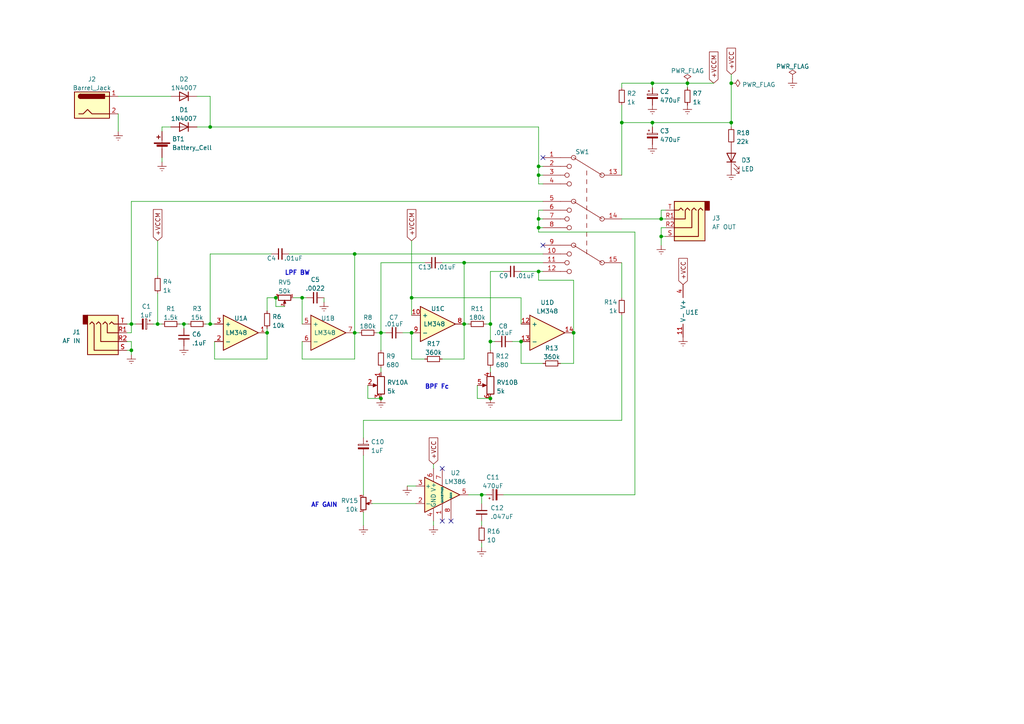
<source format=kicad_sch>
(kicad_sch (version 20211123) (generator eeschema)
  (paper "A4")
  (title_block (title "MiniLayout of AF1") (date "2022-05-24") (company "BH4DKR") (comment 1 "original designed by elecraft"))
  (lib_symbols
    (symbol "Amplifier_Audio:LM386" (pin_names (offset 0.127))
      (property "Reference" "U" (at 1.27 7.62 0))
      (property "Value" "LM386" (at 1.27 5.08 0))
      (symbol "LM386_0_1"
        (polyline (pts (xy 5.08 0) (xy -5.08 5.08) (xy -5.08 -5.08) (xy 5.08 0)) (stroke (width 0.254)) (fill (type background)))
      )
      (symbol "LM386_1_1"
        (pin input line (at 0 -7.62 90) (length 5.08) (name "GAIN") (number "1"))
        (pin input line (at -7.62 -2.54 0) (length 2.54) (name "-") (number "2"))
        (pin input line (at -7.62 2.54 0) (length 2.54) (name "+") (number "3"))
        (pin power_in line (at -2.54 -7.62 90) (length 3.81) (name "GND") (number "4"))
        (pin output line (at 7.62 0 180) (length 2.54) (name "~") (number "5"))
        (pin power_in line (at -2.54 7.62 270) (length 3.81) (name "V+") (number "6"))
        (pin input line (at 0 7.62 270) (length 5.08) (name "BYPASS") (number "7"))
        (pin input line (at 2.54 -7.62 90) (length 6.35) (name "GAIN") (number "8"))
      )
    )
    (symbol "Connector:AudioJack4"
      (property "Reference" "J" (at 0 8.89 0))
      (property "Value" "AudioJack4" (at 0 6.35 0))
      (symbol "AudioJack4_0_1"
        (rectangle (start -6.35 -5.08) (end -7.62 -7.62) (stroke (width 0.254)) (fill (type outline)))
        (polyline (pts (xy 0 -5.08) (xy 0.635 -5.715) (xy 1.27 -5.08) (xy 2.54 -5.08)) (stroke (width 0.254)))
        (polyline (pts (xy -5.715 -5.08) (xy -5.08 -5.715) (xy -4.445 -5.08) (xy -4.445 2.54) (xy 2.54 2.54)) (stroke (width 0.254)))
        (polyline (pts (xy -1.905 -5.08) (xy -1.27 -5.715) (xy -0.635 -5.08) (xy -0.635 -2.54) (xy 2.54 -2.54)) (stroke (width 0.254)))
        (polyline (pts (xy 2.54 0) (xy -2.54 0) (xy -2.54 -5.08) (xy -3.175 -5.715) (xy -3.81 -5.08)) (stroke (width 0.254)))
        (rectangle (start 2.54 3.81) (end -6.35 -7.62) (stroke (width 0.254)) (fill (type background)))
      )
      (symbol "AudioJack4_1_1"
        (pin passive line (at 5.08 -2.54 180) (length 2.54) (name "~") (number "R1"))
        (pin passive line (at 5.08 0 180) (length 2.54) (name "~") (number "R2"))
        (pin passive line (at 5.08 2.54 180) (length 2.54) (name "~") (number "S"))
        (pin passive line (at 5.08 -5.08 180) (length 2.54) (name "~") (number "T"))
      )
    )
    (symbol "Connector:Barrel_Jack" (pin_names (offset 1.016))
      (property "Reference" "J" (at 0 5.334 0))
      (property "Value" "Barrel_Jack" (at 0 -5.08 0))
      (symbol "Barrel_Jack_0_1"
        (rectangle (start -5.08 3.81) (end 5.08 -3.81) (stroke (width 0.254)) (fill (type background)))
        (arc (start -3.302 3.175) (mid -3.937 2.54) (end -3.302 1.905) (stroke (width 0.254)))
        (arc (start -3.302 3.175) (mid -3.937 2.54) (end -3.302 1.905) (stroke (width 0.254)) (fill (type outline)))
        (polyline (pts (xy 5.08 2.54) (xy 3.81 2.54)) (stroke (width 0.254)))
        (polyline (pts (xy -3.81 -2.54) (xy -2.54 -2.54) (xy -1.27 -1.27) (xy 0 -2.54) (xy 2.54 -2.54) (xy 5.08 -2.54)) (stroke (width 0.254)))
        (rectangle (start 3.683 3.175) (end -3.302 1.905) (stroke (width 0.254)) (fill (type outline)))
      )
      (symbol "Barrel_Jack_1_1"
        (pin passive line (at 7.62 2.54 180) (length 2.54) (name "~") (number "1"))
        (pin passive line (at 7.62 -2.54 180) (length 2.54) (name "~") (number "2"))
      )
    )
    (symbol "Device:Battery_Cell" (pin_numbers hide) (pin_names (offset 0) hide)
      (property "Reference" "BT" (at 2.54 2.54 0))
      (property "Value" "Battery_Cell" (at 2.54 0 0))
      (symbol "Battery_Cell_0_1"
        (rectangle (start -2.286 1.778) (end 2.286 1.524) (fill (type outline)))
        (rectangle (start -1.5748 1.1938) (end 1.4732 0.6858) (fill (type outline)))
        (polyline (pts (xy 0 0.762) (xy 0 0)))
        (polyline (pts (xy 0 1.778) (xy 0 2.54)))
        (polyline (pts (xy 0.508 3.429) (xy 1.524 3.429)) (stroke (width 0.254)))
        (polyline (pts (xy 1.016 3.937) (xy 1.016 2.921)) (stroke (width 0.254)))
      )
      (symbol "Battery_Cell_1_1"
        (pin passive line (at 0 5.08 270) (length 2.54) (name "+") (number "1"))
        (pin passive line (at 0 -2.54 90) (length 2.54) (name "-") (number "2"))
      )
    )
    (symbol "Device:C_Polarized_Small" (pin_numbers hide) (pin_names (offset 0.254) hide)
      (property "Reference" "C" (at 0.254 1.778 0))
      (property "Value" "C_Polarized_Small" (at 0.254 -2.032 0))
      (symbol "C_Polarized_Small_0_1"
        (rectangle (start -1.524 -0.3048) (end 1.524 -0.6858) (fill (type outline)))
        (rectangle (start -1.524 0.6858) (end 1.524 0.3048))
        (polyline (pts (xy -1.27 1.524) (xy -0.762 1.524)))
        (polyline (pts (xy -1.016 1.27) (xy -1.016 1.778)))
      )
      (symbol "C_Polarized_Small_1_1"
        (pin passive line (at 0 2.54 270) (length 1.8542) (name "~") (number "1"))
        (pin passive line (at 0 -2.54 90) (length 1.8542) (name "~") (number "2"))
      )
    )
    (symbol "Device:C_Small" (pin_numbers hide) (pin_names (offset 0.254) hide)
      (property "Reference" "C" (at 0.254 1.778 0))
      (property "Value" "C_Small" (at 0.254 -2.032 0))
      (symbol "C_Small_0_1"
        (polyline (pts (xy -1.524 -0.508) (xy 1.524 -0.508)) (stroke (width 0.3302)))
        (polyline (pts (xy -1.524 0.508) (xy 1.524 0.508)) (stroke (width 0.3048)))
      )
      (symbol "C_Small_1_1"
        (pin passive line (at 0 2.54 270) (length 2.032) (name "~") (number "1"))
        (pin passive line (at 0 -2.54 90) (length 2.032) (name "~") (number "2"))
      )
    )
    (symbol "Device:LED" (pin_numbers hide) (pin_names (offset 1.016) hide)
      (property "Reference" "D" (at 0 2.54 0))
      (property "Value" "LED" (at 0 -2.54 0))
      (symbol "LED_0_1"
        (polyline (pts (xy -1.27 -1.27) (xy -1.27 1.27)) (stroke (width 0.254)))
        (polyline (pts (xy -1.27 0) (xy 1.27 0)))
        (polyline (pts (xy 1.27 -1.27) (xy 1.27 1.27) (xy -1.27 0) (xy 1.27 -1.27)) (stroke (width 0.254)))
        (polyline (pts (xy -3.048 -0.762) (xy -4.572 -2.286) (xy -3.81 -2.286) (xy -4.572 -2.286) (xy -4.572 -1.524)))
        (polyline (pts (xy -1.778 -0.762) (xy -3.302 -2.286) (xy -2.54 -2.286) (xy -3.302 -2.286) (xy -3.302 -1.524)))
      )
      (symbol "LED_1_1"
        (pin passive line (at -3.81 0 0) (length 2.54) (name "K") (number "1"))
        (pin passive line (at 3.81 0 180) (length 2.54) (name "A") (number "2"))
      )
    )
    (symbol "Device:Opamp_Quad"
      (property "Reference" "U" (at 0 5.08 0))
      (property "Value" "Opamp_Quad" (at 0 -5.08 0))
      (symbol "Opamp_Quad_1_1"
        (polyline (pts (xy -5.08 5.08) (xy 5.08 0) (xy -5.08 -5.08) (xy -5.08 5.08)) (stroke (width 0.254)) (fill (type background)))
        (pin output line (at 7.62 0 180) (length 2.54) (name "~") (number "1"))
        (pin input line (at -7.62 -2.54 0) (length 2.54) (name "-") (number "2"))
        (pin input line (at -7.62 2.54 0) (length 2.54) (name "+") (number "3"))
      )
      (symbol "Opamp_Quad_2_1"
        (polyline (pts (xy -5.08 5.08) (xy 5.08 0) (xy -5.08 -5.08) (xy -5.08 5.08)) (stroke (width 0.254)) (fill (type background)))
        (pin input line (at -7.62 2.54 0) (length 2.54) (name "+") (number "5"))
        (pin input line (at -7.62 -2.54 0) (length 2.54) (name "-") (number "6"))
        (pin output line (at 7.62 0 180) (length 2.54) (name "~") (number "7"))
      )
      (symbol "Opamp_Quad_3_1"
        (polyline (pts (xy -5.08 5.08) (xy 5.08 0) (xy -5.08 -5.08) (xy -5.08 5.08)) (stroke (width 0.254)) (fill (type background)))
        (pin input line (at -7.62 2.54 0) (length 2.54) (name "+") (number "10"))
        (pin output line (at 7.62 0 180) (length 2.54) (name "~") (number "8"))
        (pin input line (at -7.62 -2.54 0) (length 2.54) (name "-") (number "9"))
      )
      (symbol "Opamp_Quad_4_1"
        (polyline (pts (xy -5.08 5.08) (xy 5.08 0) (xy -5.08 -5.08) (xy -5.08 5.08)) (stroke (width 0.254)) (fill (type background)))
        (pin input line (at -7.62 2.54 0) (length 2.54) (name "+") (number "12"))
        (pin input line (at -7.62 -2.54 0) (length 2.54) (name "-") (number "13"))
        (pin output line (at 7.62 0 180) (length 2.54) (name "~") (number "14"))
      )
      (symbol "Opamp_Quad_5_1"
        (pin power_in line (at -2.54 -7.62 90) (length 3.81) (name "V-") (number "11"))
        (pin power_in line (at -2.54 7.62 270) (length 3.81) (name "V+") (number "4"))
      )
    )
    (symbol "Device:R_Potentiometer_Dual_Separate" (pin_names (offset 1.016) hide)
      (property "Reference" "RV" (at -4.445 0 90))
      (property "Value" "R_Potentiometer_Dual_Separate" (at -2.54 0 90))
      (symbol "R_Potentiometer_Dual_Separate_0_1"
        (polyline (pts (xy 2.54 0) (xy 1.524 0)))
        (polyline (pts (xy 1.143 0) (xy 2.286 0.508) (xy 2.286 -0.508) (xy 1.143 0)) (fill (type outline)))
        (rectangle (start 1.016 2.54) (end -1.016 -2.54) (stroke (width 0.254)))
      )
      (symbol "R_Potentiometer_Dual_Separate_1_1"
        (pin passive line (at 0 3.81 270) (length 1.27) (name "1") (number "1"))
        (pin passive line (at 3.81 0 180) (length 1.27) (name "2") (number "2"))
        (pin passive line (at 0 -3.81 90) (length 1.27) (name "3") (number "3"))
      )
      (symbol "R_Potentiometer_Dual_Separate_2_1"
        (pin passive line (at 0 3.81 270) (length 1.27) (name "4") (number "4"))
        (pin passive line (at 3.81 0 180) (length 1.27) (name "5") (number "5"))
        (pin passive line (at 0 -3.81 90) (length 1.27) (name "6") (number "6"))
      )
    )
    (symbol "Device:R_Potentiometer_Small" (pin_names (offset 1.016) hide)
      (property "Reference" "RV" (at -4.445 0 90))
      (property "Value" "R_Potentiometer_Small" (at -2.54 0 90))
      (symbol "R_Potentiometer_Small_0_1"
        (polyline (pts (xy 0.889 0) (xy 0.635 0) (xy 1.651 0.381) (xy 1.651 -0.381) (xy 0.635 0) (xy 0.889 0)) (fill (type outline)))
        (rectangle (start 0.762 1.8034) (end -0.762 -1.8034) (stroke (width 0.254)))
      )
      (symbol "R_Potentiometer_Small_1_1"
        (pin passive line (at 0 2.54 270) (length 0.635) (name "1") (number "1"))
        (pin passive line (at 2.54 0 180) (length 0.9906) (name "2") (number "2"))
        (pin passive line (at 0 -2.54 90) (length 0.635) (name "3") (number "3"))
      )
    )
    (symbol "Device:R_Small" (pin_numbers hide) (pin_names (offset 0.254) hide)
      (property "Reference" "R" (at 0.762 0.508 0))
      (property "Value" "R_Small" (at 0.762 -1.016 0))
      (symbol "R_Small_0_1"
        (rectangle (start -0.762 1.778) (end 0.762 -1.778) (stroke (width 0.2032)))
      )
      (symbol "R_Small_1_1"
        (pin passive line (at 0 2.54 270) (length 0.762) (name "~") (number "1"))
        (pin passive line (at 0 -2.54 90) (length 0.762) (name "~") (number "2"))
      )
    )
    (symbol "Diode:1N4007" (pin_numbers hide) (pin_names (offset 1.016) hide)
      (property "Reference" "D" (at 0 2.54 0))
      (property "Value" "1N4007" (at 0 -2.54 0))
      (symbol "1N4007_0_1"
        (polyline (pts (xy -1.27 1.27) (xy -1.27 -1.27)) (stroke (width 0.254)))
        (polyline (pts (xy 1.27 0) (xy -1.27 0)))
        (polyline (pts (xy 1.27 1.27) (xy 1.27 -1.27) (xy -1.27 0) (xy 1.27 1.27)) (stroke (width 0.254)))
      )
      (symbol "1N4007_1_1"
        (pin passive line (at -3.81 0 0) (length 2.54) (name "K") (number "1"))
        (pin passive line (at 3.81 0 180) (length 2.54) (name "A") (number "2"))
      )
    )
    (symbol "Switch:SW_Rotary3x4" (pin_names (offset 1.016) hide)
      (property "Reference" "SW" (at 0 20.32 0))
      (property "Value" "SW_Rotary3x4" (at 0 -17.78 0))
      (symbol "SW_Rotary3x4_0_0"
        (circle (center -4.445 -12.7) (radius 0.635))
        (circle (center -4.445 0) (radius 0.635))
        (circle (center -4.445 12.7) (radius 0.635))
        (polyline (pts (xy -4.445 -12.7) (xy 3.81 -7.62)))
        (polyline (pts (xy -4.445 0) (xy 3.81 5.08)))
        (polyline (pts (xy -4.445 12.7) (xy 3.81 17.78)))
        (polyline (pts (xy 0 -10.16) (xy 0 -8.89)))
        (polyline (pts (xy 0 -7.62) (xy 0 -6.35)))
        (polyline (pts (xy 0 -5.08) (xy 0 -3.81)))
        (polyline (pts (xy 0 -2.54) (xy 0 -1.27)))
        (polyline (pts (xy 0 0) (xy 0 1.27)))
        (polyline (pts (xy 0 2.54) (xy 0 3.81)))
        (polyline (pts (xy 0 5.08) (xy 0 6.35)))
        (polyline (pts (xy 0 7.62) (xy 0 8.89)))
        (polyline (pts (xy 0 10.16) (xy 0 11.43)))
        (polyline (pts (xy 0 12.7) (xy 0 13.97)))
        (polyline (pts (xy 4.445 -7.62) (xy 7.62 -7.62)))
        (polyline (pts (xy 4.445 5.08) (xy 7.62 5.08)))
        (polyline (pts (xy 4.445 17.78) (xy 7.62 17.78)))
        (polyline (pts (xy 5.715 -15.24) (xy 7.62 -15.24)))
        (polyline (pts (xy 5.715 -10.16) (xy 7.62 -10.16)))
        (polyline (pts (xy 5.715 -2.54) (xy 7.62 -2.54)))
        (polyline (pts (xy 5.715 2.54) (xy 7.62 2.54)))
        (polyline (pts (xy 5.715 10.16) (xy 7.62 10.16)))
        (polyline (pts (xy 5.715 15.24) (xy 7.62 15.24)))
        (polyline (pts (xy 6.35 -12.7) (xy 7.62 -12.7)))
        (polyline (pts (xy 6.35 0) (xy 7.62 0)))
        (polyline (pts (xy 6.35 12.7) (xy 7.62 12.7)))
        (circle (center 3.81 -7.62) (radius 0.635))
        (circle (center 3.81 5.08) (radius 0.635))
        (circle (center 3.81 17.78) (radius 0.635))
        (circle (center 5.08 -15.24) (radius 0.635))
        (circle (center 5.08 -10.16) (radius 0.635))
        (circle (center 5.08 -2.54) (radius 0.635))
        (circle (center 5.08 2.54) (radius 0.635))
        (circle (center 5.08 10.16) (radius 0.635))
        (circle (center 5.08 15.24) (radius 0.635))
        (circle (center 5.715 -12.7) (radius 0.635))
        (circle (center 5.715 0) (radius 0.635))
        (circle (center 5.715 12.7) (radius 0.635))
      )
      (symbol "SW_Rotary3x4_0_1"
        (pin passive line (at 12.7 17.78 180) (length 5.08) (name "1") (number "1"))
        (pin passive line (at 12.7 -10.16 180) (length 5.08) (name "10") (number "10"))
        (pin passive line (at 12.7 -12.7 180) (length 5.08) (name "11") (number "11"))
        (pin passive line (at 12.7 -15.24 180) (length 5.08) (name "12") (number "12"))
        (pin passive line (at -10.16 12.7 0) (length 5.08) (name "13") (number "13"))
        (pin passive line (at -10.16 0 0) (length 5.08) (name "14") (number "14"))
        (pin passive line (at -10.16 -12.7 0) (length 5.08) (name "15") (number "15"))
        (pin passive line (at 12.7 15.24 180) (length 5.08) (name "2") (number "2"))
        (pin passive line (at 12.7 12.7 180) (length 5.08) (name "3") (number "3"))
        (pin passive line (at 12.7 10.16 180) (length 5.08) (name "4") (number "4"))
        (pin passive line (at 12.7 5.08 180) (length 5.08) (name "5") (number "5"))
        (pin passive line (at 12.7 2.54 180) (length 5.08) (name "6") (number "6"))
        (pin passive line (at 12.7 0 180) (length 5.08) (name "7") (number "7"))
        (pin passive line (at 12.7 -2.54 180) (length 5.08) (name "8") (number "8"))
        (pin passive line (at 12.7 -7.62 180) (length 5.08) (name "9") (number "9"))
      )
    )
    (symbol "power:GNDREF" (power) (pin_names (offset 0))
      (property "Value" "GNDREF" (at 0 -3.81 0))
      (symbol "GNDREF_0_1"
        (polyline (pts (xy -0.635 -1.905) (xy 0.635 -1.905)))
        (polyline (pts (xy -0.127 -2.54) (xy 0.127 -2.54)))
        (polyline (pts (xy 0 -1.27) (xy 0 0)))
        (polyline (pts (xy 1.27 -1.27) (xy -1.27 -1.27)))
      )
      (symbol "GNDREF_1_1"
        (pin power_in line (at 0 0 270) (length 0) hide (name "GNDREF") (number "1"))
      )
    )
    (symbol "power:PWR_FLAG" (power) (pin_numbers hide) (pin_names (offset 0) hide)
      (property "Value" "PWR_FLAG" (at 0 3.81 0))
      (symbol "PWR_FLAG_0_0"
        (pin power_out line (at 0 0 90) (length 0) (name "pwr") (number "1"))
      )
      (symbol "PWR_FLAG_0_1"
        (polyline (pts (xy 0 0) (xy 0 1.27) (xy -1.016 1.905) (xy 0 2.54) (xy 1.016 1.905) (xy 0 1.27)))
      )
    )
  )
  (junction (at 80.01 86.36))
  (junction (at 119.38 96.52))
  (junction (at 142.24 99.06))
  (junction (at 53.34 93.98))
  (junction (at 119.38 86.36))
  (junction (at 87.63 86.36))
  (junction (at 156.21 66.04))
  (junction (at 156.21 50.8))
  (junction (at 180.34 35.56))
  (junction (at 156.21 78.74))
  (junction (at 156.21 63.5))
  (junction (at 212.09 35.56))
  (junction (at 166.37 96.52))
  (junction (at 134.62 76.2))
  (junction (at 77.47 96.52))
  (junction (at 102.87 96.52))
  (junction (at 134.62 93.98))
  (junction (at 191.77 63.5))
  (junction (at 199.39 24.13))
  (junction (at 156.21 48.26))
  (junction (at 189.23 24.13))
  (junction (at 110.49 96.52))
  (junction (at 38.1 93.98))
  (junction (at 38.1 101.6))
  (junction (at 60.96 93.98))
  (junction (at 142.24 115.57))
  (junction (at 151.13 99.06))
  (junction (at 102.87 73.66))
  (junction (at 60.96 36.83))
  (junction (at 45.72 93.98))
  (junction (at 212.09 24.13))
  (junction (at 189.23 35.56))
  (junction (at 191.77 68.58))
  (junction (at 139.7 143.51))
  (junction (at 142.24 93.98))
  (junction (at 110.49 115.57))
  (no_connect (at 157.48 45.72))
  (no_connect (at 130.81 151.13))
  (no_connect (at 128.27 151.13))
  (no_connect (at 128.27 135.89))
  (no_connect (at 157.48 71.12))
  (wire (pts (xy 53.34 93.98) (xy 53.34 95.25)))
  (wire (pts (xy 34.29 27.94) (xy 49.53 27.94)))
  (wire (pts (xy 140.97 143.51) (xy 139.7 143.51)))
  (wire (pts (xy 60.96 73.66) (xy 78.74 73.66)))
  (wire (pts (xy 212.09 24.13) (xy 212.09 35.56)))
  (wire (pts (xy 139.7 152.4) (xy 139.7 151.13)))
  (wire (pts (xy 38.1 93.98) (xy 38.1 58.42)))
  (wire (pts (xy 87.63 86.36) (xy 88.9 86.36)))
  (wire (pts (xy 110.49 96.52) (xy 110.49 101.6)))
  (wire (pts (xy 191.77 68.58) (xy 193.04 68.58)))
  (wire (pts (xy 184.15 143.51) (xy 146.05 143.51)))
  (wire (pts (xy 142.24 101.6) (xy 142.24 99.06)))
  (wire (pts (xy 110.49 106.68) (xy 110.49 107.95)))
  (wire (pts (xy 46.99 45.72) (xy 46.99 46.99)))
  (wire (pts (xy 142.24 99.06) (xy 143.51 99.06)))
  (wire (pts (xy 156.21 81.28) (xy 156.21 78.74)))
  (wire (pts (xy 45.72 69.85) (xy 45.72 80.01)))
  (wire (pts (xy 134.62 93.98) (xy 134.62 76.2)))
  (wire (pts (xy 193.04 60.96) (xy 191.77 60.96)))
  (wire (pts (xy 62.23 104.14) (xy 77.47 104.14)))
  (wire (pts (xy 110.49 96.52) (xy 110.49 76.2)))
  (wire (pts (xy 34.29 33.02) (xy 34.29 38.1)))
  (wire (pts (xy 138.43 111.76) (xy 138.43 115.57)))
  (wire (pts (xy 116.84 96.52) (xy 119.38 96.52)))
  (wire (pts (xy 119.38 86.36) (xy 119.38 91.44)))
  (wire (pts (xy 156.21 36.83) (xy 156.21 48.26)))
  (wire (pts (xy 180.34 63.5) (xy 191.77 63.5)))
  (wire (pts (xy 142.24 78.74) (xy 146.05 78.74)))
  (wire (pts (xy 212.09 21.59) (xy 212.09 24.13)))
  (wire (pts (xy 191.77 68.58) (xy 191.77 71.12)))
  (wire (pts (xy 106.68 111.76) (xy 106.68 115.57)))
  (wire (pts (xy 191.77 66.04) (xy 191.77 68.58)))
  (wire (pts (xy 102.87 104.14) (xy 102.87 96.52)))
  (wire (pts (xy 156.21 50.8) (xy 156.21 53.34)))
  (wire (pts (xy 135.89 93.98) (xy 134.62 93.98)))
  (wire (pts (xy 199.39 24.13) (xy 199.39 25.4)))
  (wire (pts (xy 156.21 48.26) (xy 156.21 50.8)))
  (wire (pts (xy 166.37 81.28) (xy 156.21 81.28)))
  (wire (pts (xy 45.72 93.98) (xy 46.99 93.98)))
  (wire (pts (xy 102.87 96.52) (xy 104.14 96.52)))
  (wire (pts (xy 193.04 66.04) (xy 191.77 66.04)))
  (wire (pts (xy 128.27 76.2) (xy 134.62 76.2)))
  (wire (pts (xy 62.23 99.06) (xy 62.23 104.14)))
  (wire (pts (xy 180.34 24.13) (xy 189.23 24.13)))
  (wire (pts (xy 156.21 60.96) (xy 156.21 63.5)))
  (wire (pts (xy 184.15 67.31) (xy 184.15 143.51)))
  (wire (pts (xy 46.99 36.83) (xy 46.99 38.1)))
  (wire (pts (xy 53.34 93.98) (xy 54.61 93.98)))
  (wire (pts (xy 180.34 76.2) (xy 180.34 86.36)))
  (wire (pts (xy 38.1 99.06) (xy 38.1 101.6)))
  (wire (pts (xy 151.13 78.74) (xy 156.21 78.74)))
  (wire (pts (xy 138.43 115.57) (xy 142.24 115.57)))
  (wire (pts (xy 60.96 36.83) (xy 156.21 36.83)))
  (wire (pts (xy 93.98 86.36) (xy 93.98 87.63)))
  (wire (pts (xy 59.69 93.98) (xy 60.96 93.98)))
  (wire (pts (xy 180.34 25.4) (xy 180.34 24.13)))
  (wire (pts (xy 157.48 53.34) (xy 156.21 53.34)))
  (wire (pts (xy 142.24 99.06) (xy 142.24 93.98)))
  (wire (pts (xy 189.23 24.13) (xy 199.39 24.13)))
  (wire (pts (xy 57.15 27.94) (xy 60.96 27.94)))
  (wire (pts (xy 60.96 36.83) (xy 57.15 36.83)))
  (wire (pts (xy 139.7 143.51) (xy 135.89 143.51)))
  (wire (pts (xy 38.1 96.52) (xy 38.1 93.98)))
  (wire (pts (xy 119.38 69.85) (xy 119.38 86.36)))
  (wire (pts (xy 156.21 63.5) (xy 156.21 66.04)))
  (wire (pts (xy 212.09 35.56) (xy 212.09 36.83)))
  (wire (pts (xy 156.21 50.8) (xy 157.48 50.8)))
  (wire (pts (xy 139.7 143.51) (xy 139.7 146.05)))
  (wire (pts (xy 77.47 90.17) (xy 77.47 86.36)))
  (wire (pts (xy 60.96 73.66) (xy 60.96 93.98)))
  (wire (pts (xy 87.63 86.36) (xy 87.63 93.98)))
  (wire (pts (xy 109.22 96.52) (xy 110.49 96.52)))
  (wire (pts (xy 102.87 73.66) (xy 102.87 96.52)))
  (wire (pts (xy 36.83 99.06) (xy 38.1 99.06)))
  (wire (pts (xy 162.56 105.41) (xy 166.37 105.41)))
  (wire (pts (xy 87.63 99.06) (xy 87.63 104.14)))
  (wire (pts (xy 125.73 134.62) (xy 125.73 135.89)))
  (wire (pts (xy 77.47 86.36) (xy 80.01 86.36)))
  (wire (pts (xy 156.21 48.26) (xy 157.48 48.26)))
  (wire (pts (xy 119.38 104.14) (xy 123.19 104.14)))
  (wire (pts (xy 77.47 95.25) (xy 77.47 96.52)))
  (wire (pts (xy 142.24 93.98) (xy 140.97 93.98)))
  (wire (pts (xy 119.38 96.52) (xy 119.38 104.14)))
  (wire (pts (xy 107.95 146.05) (xy 120.65 146.05)))
  (wire (pts (xy 180.34 35.56) (xy 189.23 35.56)))
  (wire (pts (xy 189.23 35.56) (xy 189.23 36.83)))
  (wire (pts (xy 38.1 58.42) (xy 157.48 58.42)))
  (wire (pts (xy 125.73 151.13) (xy 125.73 152.4)))
  (wire (pts (xy 151.13 105.41) (xy 157.48 105.41)))
  (wire (pts (xy 166.37 96.52) (xy 166.37 81.28)))
  (wire (pts (xy 38.1 101.6) (xy 38.1 102.87)))
  (wire (pts (xy 85.09 86.36) (xy 87.63 86.36)))
  (wire (pts (xy 180.34 30.48) (xy 180.34 35.56)))
  (wire (pts (xy 87.63 104.14) (xy 102.87 104.14)))
  (wire (pts (xy 44.45 93.98) (xy 45.72 93.98)))
  (wire (pts (xy 82.55 88.9) (xy 80.01 88.9)))
  (wire (pts (xy 134.62 76.2) (xy 157.48 76.2)))
  (wire (pts (xy 189.23 24.13) (xy 189.23 25.4)))
  (wire (pts (xy 151.13 93.98) (xy 151.13 86.36)))
  (wire (pts (xy 142.24 106.68) (xy 142.24 107.95)))
  (wire (pts (xy 105.41 148.59) (xy 105.41 152.4)))
  (wire (pts (xy 151.13 99.06) (xy 151.13 105.41)))
  (wire (pts (xy 156.21 67.31) (xy 184.15 67.31)))
  (wire (pts (xy 38.1 93.98) (xy 39.37 93.98)))
  (wire (pts (xy 36.83 96.52) (xy 38.1 96.52)))
  (wire (pts (xy 105.41 132.08) (xy 105.41 143.51)))
  (wire (pts (xy 60.96 27.94) (xy 60.96 36.83)))
  (wire (pts (xy 80.01 88.9) (xy 80.01 86.36)))
  (wire (pts (xy 36.83 101.6) (xy 38.1 101.6)))
  (wire (pts (xy 102.87 73.66) (xy 157.48 73.66)))
  (wire (pts (xy 180.34 91.44) (xy 180.34 121.92)))
  (wire (pts (xy 156.21 63.5) (xy 157.48 63.5)))
  (wire (pts (xy 118.11 140.97) (xy 120.65 140.97)))
  (wire (pts (xy 106.68 115.57) (xy 110.49 115.57)))
  (wire (pts (xy 52.07 93.98) (xy 53.34 93.98)))
  (wire (pts (xy 166.37 105.41) (xy 166.37 96.52)))
  (wire (pts (xy 128.27 104.14) (xy 134.62 104.14)))
  (wire (pts (xy 134.62 104.14) (xy 134.62 93.98)))
  (wire (pts (xy 191.77 63.5) (xy 193.04 63.5)))
  (wire (pts (xy 156.21 66.04) (xy 157.48 66.04)))
  (wire (pts (xy 142.24 78.74) (xy 142.24 93.98)))
  (wire (pts (xy 156.21 78.74) (xy 157.48 78.74)))
  (wire (pts (xy 36.83 93.98) (xy 38.1 93.98)))
  (wire (pts (xy 151.13 86.36) (xy 119.38 86.36)))
  (wire (pts (xy 189.23 35.56) (xy 212.09 35.56)))
  (wire (pts (xy 191.77 60.96) (xy 191.77 63.5)))
  (wire (pts (xy 139.7 158.75) (xy 139.7 157.48)))
  (wire (pts (xy 60.96 93.98) (xy 62.23 93.98)))
  (wire (pts (xy 156.21 66.04) (xy 156.21 67.31)))
  (wire (pts (xy 77.47 104.14) (xy 77.47 96.52)))
  (wire (pts (xy 45.72 85.09) (xy 45.72 93.98)))
  (wire (pts (xy 148.59 99.06) (xy 151.13 99.06)))
  (wire (pts (xy 180.34 35.56) (xy 180.34 50.8)))
  (wire (pts (xy 105.41 127) (xy 105.41 121.92)))
  (wire (pts (xy 49.53 36.83) (xy 46.99 36.83)))
  (wire (pts (xy 156.21 60.96) (xy 157.48 60.96)))
  (wire (pts (xy 105.41 121.92) (xy 180.34 121.92)))
  (wire (pts (xy 110.49 96.52) (xy 111.76 96.52)))
  (wire (pts (xy 110.49 76.2) (xy 123.19 76.2)))
  (wire (pts (xy 199.39 24.13) (xy 207.01 24.13)))
  (wire (pts (xy 83.82 73.66) (xy 102.87 73.66)))
  (text "AF GAIN" (at 90.17 147.32 0) (effects (font (size 1.27 1.27) (thickness 0.254) bold) (justify left bottom)))
  (text "LPF BW" (at 82.55 80.01 0) (effects (font (size 1.27 1.27) (thickness 0.254) bold) (justify left bottom)))
  (text "BPF Fc" (at 123.19 113.03 0) (effects (font (size 1.27 1.27) (thickness 0.254) bold) (justify left bottom)))
  (global_label "+VCC" (shape input) (at 198.12 82.55 90) (property "Intersheet References" "${INTERSHEET_REFS}" (effects hide)))
  (global_label "+VCC" (shape input) (at 212.09 21.59 90) (property "Intersheet References" "${INTERSHEET_REFS}" (effects hide)))
  (global_label "+VCCM" (shape input) (at 45.72 69.85 90) (property "Intersheet References" "${INTERSHEET_REFS}" (effects hide)))
  (global_label "+VCCM" (shape input) (at 207.01 24.13 90) (property "Intersheet References" "${INTERSHEET_REFS}" (effects hide)))
  (global_label "+VCC" (shape input) (at 125.73 134.62 90) (property "Intersheet References" "${INTERSHEET_REFS}" (effects hide)))
  (global_label "+VCCM" (shape input) (at 119.38 69.85 90) (property "Intersheet References" "${INTERSHEET_REFS}" (effects hide)))
  (symbol (lib_id "power:GNDREF") (at 198.12 97.79 0) (unit 1)
    (property "Reference" "#PWR0105" (effects hide))
    (property "Value" "GNDREF" (effects hide))
  )
  (symbol (lib_id "Device:R_Potentiometer_Dual_Separate") (at 110.49 111.76 0) (mirror y) (unit 1)
    (property "Reference" "RV10" (at 112.268 110.9253 0) (effects (justify right)))
    (property "Value" "5k" (at 112.268 113.4622 0) (effects (justify right)))
    (property "Footprint" "CraftsmanICs:Potentiometer_wh148_dual_6pin" (effects hide))
  )
  (symbol (lib_id "Device:R_Small") (at 125.73 104.14 90) (unit 1)
    (property "Reference" "R17" (at 125.73 99.7036 90))
    (property "Value" "360k" (at 125.73 102.2405 90))
    (property "Footprint" "Resistor_SMD:R_0805_2012Metric_Pad1.20x1.40mm_HandSolder" (effects hide))
  )
  (symbol (lib_id "Device:C_Polarized_Small") (at 189.23 39.37 0) (unit 1)
    (property "Reference" "C3" (at 191.389 37.9892 0) (effects (justify left)))
    (property "Value" "470uF" (at 191.389 40.5261 0) (effects (justify left)))
    (property "Footprint" "Capacitor_THT:CP_Radial_D6.3mm_P2.50mm" (effects hide))
  )
  (symbol (lib_id "Device:C_Small") (at 148.59 78.74 90) (mirror x) (unit 1)
    (property "Reference" "C9" (at 146.05 80.01 90))
    (property "Value" ".01uF" (at 152.4 80.01 90))
    (property "Footprint" "Capacitor_SMD:C_0805_2012Metric_Pad1.18x1.45mm_HandSolder" (effects hide))
  )
  (symbol (lib_id "Device:Opamp_Quad") (at 69.85 96.52 0) (unit 1)
    (property "Reference" "U1" (at 69.85 92.329 0))
    (property "Value" "LM348" (at 68.58 96.52 0))
    (property "Footprint" "Package_SO:SOIC-14_3.9x8.7mm_P1.27mm" (effects hide))
  )
  (symbol (lib_id "Device:R_Small") (at 160.02 105.41 90) (unit 1)
    (property "Reference" "R13" (at 160.02 100.9736 90))
    (property "Value" "360k" (at 160.02 103.5105 90))
    (property "Footprint" "Resistor_SMD:R_0805_2012Metric_Pad1.20x1.40mm_HandSolder" (effects hide))
  )
  (symbol (lib_id "Device:R_Small") (at 199.39 27.94 180) (unit 1)
    (property "Reference" "R7" (at 200.8886 27.1053 0) (effects (justify right)))
    (property "Value" "1k" (at 200.8886 29.6422 0) (effects (justify right)))
    (property "Footprint" "Resistor_SMD:R_0805_2012Metric_Pad1.20x1.40mm_HandSolder" (effects hide))
  )
  (symbol (lib_id "Device:R_Small") (at 110.49 104.14 180) (unit 1)
    (property "Reference" "R9" (at 111.9886 103.3053 0) (effects (justify right)))
    (property "Value" "680" (at 111.9886 105.8422 0) (effects (justify right)))
    (property "Footprint" "Resistor_SMD:R_0805_2012Metric_Pad1.20x1.40mm_HandSolder" (effects hide))
  )
  (symbol (lib_id "power:GNDREF") (at 199.39 30.48 0) (unit 1)
    (property "Reference" "#PWR0104" (effects hide))
    (property "Value" "GNDREF" (effects hide))
  )
  (symbol (lib_id "Device:Opamp_Quad") (at 95.25 96.52 0) (unit 2)
    (property "Reference" "U1" (at 95.123 92.329 0))
    (property "Value" "LM348" (at 94.234 96.52 0))
    (property "Footprint" "Package_SO:SOIC-14_3.9x8.7mm_P1.27mm" (effects hide))
  )
  (symbol (lib_id "Device:C_Small") (at 114.3 96.52 270) (unit 1)
    (property "Reference" "C7" (at 114.173 92.075 90))
    (property "Value" ".01uF" (at 114.3 93.98 90))
    (property "Footprint" "Capacitor_SMD:C_0805_2012Metric_Pad1.18x1.45mm_HandSolder" (effects hide))
  )
  (symbol (lib_id "Device:C_Polarized_Small") (at 41.91 93.98 270) (unit 1)
    (property "Reference" "C1" (at 42.4561 88.8832 90))
    (property "Value" "1uF" (at 42.4561 91.4201 90))
    (property "Footprint" "Capacitor_THT:CP_Radial_D5.0mm_P2.50mm" (effects hide))
  )
  (symbol (lib_id "Device:R_Small") (at 142.24 104.14 180) (unit 1)
    (property "Reference" "R12" (at 143.7386 103.3053 0) (effects (justify right)))
    (property "Value" "680" (at 143.7386 105.8422 0) (effects (justify right)))
    (property "Footprint" "Resistor_SMD:R_0805_2012Metric_Pad1.20x1.40mm_HandSolder" (effects hide))
  )
  (symbol (lib_id "power:GNDREF") (at 110.49 115.57 0) (unit 1)
    (property "Reference" "#PWR0114" (effects hide))
    (property "Value" "GNDREF" (effects hide))
  )
  (symbol (lib_id "Device:R_Potentiometer_Small") (at 105.41 146.05 0) (mirror x) (unit 1)
    (property "Reference" "RV15" (at 103.886 145.2153 0) (effects (justify right)))
    (property "Value" "10k" (at 103.886 147.7522 0) (effects (justify right)))
    (property "Footprint" "CraftsmanICs:Potentiometer_wh148_single_3pin" (effects hide))
  )
  (symbol (lib_id "Device:R_Small") (at 212.09 39.37 180) (unit 1)
    (property "Reference" "R18" (at 213.5886 38.5353 0) (effects (justify right)))
    (property "Value" "22k" (at 213.5886 41.0722 0) (effects (justify right)))
    (property "Footprint" "Resistor_SMD:R_0805_2012Metric_Pad1.20x1.40mm_HandSolder" (effects hide))
  )
  (symbol (lib_id "power:GNDREF") (at 93.98 87.63 0) (unit 1)
    (property "Reference" "#PWR0116" (effects hide))
    (property "Value" "GNDREF" (effects hide))
  )
  (symbol (lib_id "power:PWR_FLAG") (at 212.09 24.13 270) (unit 1)
    (property "Reference" "#FLG0102" (effects hide))
    (property "Value" "PWR_FLAG" (at 215.265 24.5638 90) (effects (justify left)))
  )
  (symbol (lib_id "Device:C_Small") (at 146.05 99.06 270) (unit 1)
    (property "Reference" "C8" (at 145.923 94.615 90))
    (property "Value" ".01uF" (at 146.05 96.52 90))
    (property "Footprint" "Capacitor_SMD:C_0805_2012Metric_Pad1.18x1.45mm_HandSolder" (effects hide))
  )
  (symbol (lib_id "Device:C_Small") (at 81.28 73.66 90) (unit 1)
    (property "Reference" "C4" (at 78.74 74.93 90))
    (property "Value" ".01uF" (at 85.09 74.93 90))
    (property "Footprint" "Capacitor_SMD:C_0805_2012Metric_Pad1.18x1.45mm_HandSolder" (effects hide))
  )
  (symbol (lib_id "power:GNDREF") (at 53.34 100.33 0) (unit 1)
    (property "Reference" "#PWR0117" (effects hide))
    (property "Value" "GNDREF" (effects hide))
  )
  (symbol (lib_id "Device:R_Small") (at 49.53 93.98 90) (unit 1)
    (property "Reference" "R1" (at 49.53 89.5436 90))
    (property "Value" "1.5k" (at 49.53 92.0805 90))
    (property "Footprint" "Resistor_SMD:R_0805_2012Metric_Pad1.20x1.40mm_HandSolder" (effects hide))
  )
  (symbol (lib_id "Diode:1N4007") (at 53.34 27.94 180) (unit 1)
    (property "Reference" "D2" (at 53.34 22.9702 0))
    (property "Value" "1N4007" (at 53.34 25.5071 0))
    (property "Footprint" "Diode_SMD:D_SOD-123" (effects hide))
    (property "Datasheet" "http://www.vishay.com/docs/88503/1n4001.pdf" (effects hide))
  )
  (symbol (lib_id "Device:LED") (at 212.09 45.72 90) (unit 1)
    (property "Reference" "D3" (at 215.011 46.4728 90) (effects (justify right)))
    (property "Value" "LED" (at 215.011 49.0097 90) (effects (justify right)))
    (property "Footprint" "LED_THT:LED_Rectangular_W3.0mm_H2.0mm" (effects hide))
  )
  (symbol (lib_id "Device:R_Small") (at 106.68 96.52 90) (unit 1)
    (property "Reference" "R8" (at 106.68 92.0836 90))
    (property "Value" "180k" (at 106.68 94.6205 90))
    (property "Footprint" "Resistor_SMD:R_0805_2012Metric_Pad1.20x1.40mm_HandSolder" (effects hide))
  )
  (symbol (lib_id "Switch:SW_Rotary3x4") (at 170.18 63.5 0) (mirror y) (unit 1)
    (property "Reference" "SW1" (at 168.91 44.0492 0))
    (property "Value" "SW_Rotary3x4" (effects hide))
    (property "Footprint" "CraftsmanICs:Rotary_switch_RS26_3pole_4throw_widehole_widehole_back_mode" (effects hide))
    (property "Datasheet" "http://cdn-reichelt.de/documents/datenblatt/C200/DS-Serie%23LOR.pdf" (effects hide))
  )
  (symbol (lib_id "Device:R_Small") (at 138.43 93.98 90) (unit 1)
    (property "Reference" "R11" (at 138.43 89.5436 90))
    (property "Value" "180k" (at 138.43 92.0805 90))
    (property "Footprint" "Resistor_SMD:R_0805_2012Metric_Pad1.20x1.40mm_HandSolder" (effects hide))
  )
  (symbol (lib_id "power:GNDREF") (at 125.73 152.4 0) (unit 1)
    (property "Reference" "#PWR0111" (effects hide))
    (property "Value" "GNDREF" (effects hide))
  )
  (symbol (lib_id "Device:Opamp_Quad") (at 200.66 90.17 0) (unit 5)
    (property "Reference" "U1" (at 198.755 90.6038 0) (effects (justify left)))
    (property "Value" "LM348" (effects hide))
    (property "Footprint" "Package_SO:SOIC-14_3.9x8.7mm_P1.27mm" (effects hide))
  )
  (symbol (lib_id "Device:Opamp_Quad") (at 158.75 96.52 0) (unit 4)
    (property "Reference" "U1" (at 158.75 87.7402 0))
    (property "Value" "LM348" (at 158.75 90.2771 0))
    (property "Footprint" "Package_SO:SOIC-14_3.9x8.7mm_P1.27mm" (effects hide))
  )
  (symbol (lib_id "Device:R_Small") (at 139.7 154.94 180) (unit 1)
    (property "Reference" "R16" (at 141.1986 154.1053 0) (effects (justify right)))
    (property "Value" "10" (at 141.1986 156.6422 0) (effects (justify right)))
    (property "Footprint" "Resistor_SMD:R_0805_2012Metric_Pad1.20x1.40mm_HandSolder" (effects hide))
  )
  (symbol (lib_id "Device:Battery_Cell") (at 46.99 43.18 0) (mirror y) (unit 1)
    (property "Reference" "BT1" (at 49.911 40.3133 0) (effects (justify right)))
    (property "Value" "Battery_Cell" (at 49.911 42.8502 0) (effects (justify right)))
    (property "Footprint" "Connector_PinHeader_2.54mm:PinHeader_1x02_P2.54mm_Vertical" (effects hide))
  )
  (symbol (lib_id "Device:R_Potentiometer_Small") (at 82.55 86.36 270) (unit 1)
    (property "Reference" "RV5" (at 82.55 81.8982 90))
    (property "Value" "50k" (at 82.55 84.4351 90))
    (property "Footprint" "CraftsmanICs:Potentiometer_wh148_single_3pin" (effects hide))
  )
  (symbol (lib_id "power:GNDREF") (at 189.23 41.91 0) (unit 1)
    (property "Reference" "#PWR0102" (effects hide))
    (property "Value" "GNDREF" (effects hide))
  )
  (symbol (lib_id "power:GNDREF") (at 212.09 49.53 0) (unit 1)
    (property "Reference" "#PWR0103" (effects hide))
    (property "Value" "GNDREF" (effects hide))
  )
  (symbol (lib_id "Device:C_Small") (at 125.73 76.2 90) (mirror x) (unit 1)
    (property "Reference" "C13" (at 123.19 77.47 90))
    (property "Value" ".01uF" (at 129.54 77.47 90))
    (property "Footprint" "Capacitor_SMD:C_0805_2012Metric_Pad1.18x1.45mm_HandSolder" (effects hide))
  )
  (symbol (lib_id "power:PWR_FLAG") (at 229.87 22.86 0) (unit 1)
    (property "Reference" "#FLG0103" (effects hide))
    (property "Value" "PWR_FLAG" (at 229.87 19.2842 0))
  )
  (symbol (lib_id "Device:C_Small") (at 53.34 97.79 0) (unit 1)
    (property "Reference" "C6" (at 55.6641 96.9616 0) (effects (justify left)))
    (property "Value" ".1uF" (at 55.6641 99.4985 0) (effects (justify left)))
    (property "Footprint" "Capacitor_SMD:C_0805_2012Metric_Pad1.18x1.45mm_HandSolder" (effects hide))
  )
  (symbol (lib_id "power:GNDREF") (at 105.41 152.4 0) (unit 1)
    (property "Reference" "#PWR0113" (effects hide))
    (property "Value" "GNDREF" (effects hide))
  )
  (symbol (lib_id "Device:R_Small") (at 180.34 27.94 0) (unit 1)
    (property "Reference" "R2" (at 181.8386 27.1053 0) (effects (justify left)))
    (property "Value" "1k" (at 181.8386 29.6422 0) (effects (justify left)))
    (property "Footprint" "Resistor_SMD:R_0805_2012Metric_Pad1.20x1.40mm_HandSolder" (effects hide))
  )
  (symbol (lib_id "power:GNDREF") (at 139.7 158.75 0) (unit 1)
    (property "Reference" "#PWR0115" (effects hide))
    (property "Value" "GNDREF" (effects hide))
  )
  (symbol (lib_id "Diode:1N4007") (at 53.34 36.83 180) (unit 1)
    (property "Reference" "D1" (at 53.34 31.8602 0))
    (property "Value" "1N4007" (at 53.34 34.3971 0))
    (property "Footprint" "Diode_SMD:D_SOD-123" (effects hide))
    (property "Datasheet" "http://www.vishay.com/docs/88503/1n4001.pdf" (effects hide))
  )
  (symbol (lib_id "Connector:Barrel_Jack") (at 26.67 30.48 0) (unit 1)
    (property "Reference" "J2" (at 26.67 22.9702 0))
    (property "Value" "Barrel_Jack" (at 26.67 25.5071 0))
    (property "Footprint" "Connector_PinHeader_2.54mm:PinHeader_1x02_P2.54mm_Vertical" (effects hide))
  )
  (symbol (lib_id "Device:C_Polarized_Small") (at 105.41 129.54 0) (mirror y) (unit 1)
    (property "Reference" "C10" (at 107.569 128.1592 0) (effects (justify right)))
    (property "Value" "1uF" (at 107.569 130.6961 0) (effects (justify right)))
    (property "Footprint" "Capacitor_THT:CP_Radial_D5.0mm_P2.50mm" (effects hide))
  )
  (symbol (lib_id "Device:R_Potentiometer_Dual_Separate") (at 142.24 111.76 0) (mirror y) (unit 2)
    (property "Reference" "RV10" (at 144.018 110.9253 0) (effects (justify right)))
    (property "Value" "5k" (at 144.018 113.4622 0) (effects (justify right)))
    (property "Footprint" "CraftsmanICs:Potentiometer_wh148_dual_6pin" (effects hide))
  )
  (symbol (lib_id "Device:C_Small") (at 91.44 86.36 270) (unit 1)
    (property "Reference" "C5" (at 91.4336 81.0981 90))
    (property "Value" ".0022" (at 91.4336 83.635 90))
    (property "Footprint" "Capacitor_SMD:C_0805_2012Metric_Pad1.18x1.45mm_HandSolder" (effects hide))
  )
  (symbol (lib_id "Device:C_Polarized_Small") (at 189.23 27.94 0) (unit 1)
    (property "Reference" "C2" (at 191.389 26.5592 0) (effects (justify left)))
    (property "Value" "470uF" (at 191.389 29.0961 0) (effects (justify left)))
    (property "Footprint" "Capacitor_THT:CP_Radial_D6.3mm_P2.50mm" (effects hide))
  )
  (symbol (lib_id "Amplifier_Audio:LM386") (at 128.27 143.51 0) (unit 1)
    (property "Reference" "U2" (at 132.08 137.1631 0))
    (property "Value" "LM386" (at 132.08 139.7 0))
    (property "Footprint" "Package_SO:SOIC-8_3.9x4.9mm_P1.27mm" (effects hide))
    (property "Datasheet" "http://www.ti.com/lit/ds/symlink/lm386.pdf" (effects hide))
  )
  (symbol (lib_id "Connector:AudioJack4") (at 198.12 66.04 180) (unit 1)
    (property "Reference" "J3" (at 206.502 63.3003 0) (effects (justify right)))
    (property "Value" "AF OUT" (at 206.502 65.8372 0) (effects (justify right)))
    (property "Footprint" "Connector_Audio:Jack_3.5mm_PJ320D_Horizontal" (effects hide))
  )
  (symbol (lib_id "power:GNDREF") (at 34.29 38.1 0) (unit 1)
    (property "Reference" "#PWR0107" (effects hide))
    (property "Value" "GNDREF" (effects hide))
  )
  (symbol (lib_id "Device:R_Small") (at 180.34 88.9 0) (mirror y) (unit 1)
    (property "Reference" "R14" (at 179.07 87.63 0) (effects (justify left)))
    (property "Value" "1k" (at 179.07 90.17 0) (effects (justify left)))
    (property "Footprint" "Resistor_SMD:R_0805_2012Metric_Pad1.20x1.40mm_HandSolder" (effects hide))
  )
  (symbol (lib_id "Device:R_Small") (at 77.47 92.71 180) (unit 1)
    (property "Reference" "R6" (at 78.9686 91.8753 0) (effects (justify right)))
    (property "Value" "10k" (at 78.9686 94.4122 0) (effects (justify right)))
    (property "Footprint" "Resistor_SMD:R_0805_2012Metric_Pad1.20x1.40mm_HandSolder" (effects hide))
  )
  (symbol (lib_id "Device:C_Small") (at 139.7 148.59 0) (unit 1)
    (property "Reference" "C12" (at 142.24 147.32 0) (effects (justify left)))
    (property "Value" ".047uF" (at 142.24 149.86 0) (effects (justify left)))
    (property "Footprint" "Capacitor_SMD:C_0805_2012Metric_Pad1.18x1.45mm_HandSolder" (effects hide))
  )
  (symbol (lib_id "power:GNDREF") (at 229.87 22.86 0) (unit 1)
    (property "Reference" "#PWR0118" (effects hide))
    (property "Value" "GNDREF" (effects hide))
  )
  (symbol (lib_id "Device:R_Small") (at 45.72 82.55 180) (unit 1)
    (property "Reference" "R4" (at 47.2186 81.7153 0) (effects (justify right)))
    (property "Value" "1k" (at 47.2186 84.2522 0) (effects (justify right)))
    (property "Footprint" "Resistor_SMD:R_0805_2012Metric_Pad1.20x1.40mm_HandSolder" (effects hide))
  )
  (symbol (lib_id "Device:C_Polarized_Small") (at 143.51 143.51 90) (unit 1)
    (property "Reference" "C11" (at 142.9639 138.4132 90))
    (property "Value" "470uF" (at 142.9639 140.9501 90))
    (property "Footprint" "Capacitor_THT:CP_Radial_D6.3mm_P2.50mm" (effects hide))
  )
  (symbol (lib_id "Connector:AudioJack4") (at 31.75 99.06 0) (mirror x) (unit 1)
    (property "Reference" "J1" (at 23.368 96.3203 0) (effects (justify right)))
    (property "Value" "AF IN" (at 23.368 98.8572 0) (effects (justify right)))
    (property "Footprint" "Connector_Audio:Jack_3.5mm_PJ320D_Horizontal" (effects hide))
  )
  (symbol (lib_id "Device:R_Small") (at 57.15 93.98 90) (unit 1)
    (property "Reference" "R3" (at 57.15 89.5436 90))
    (property "Value" "15k" (at 57.15 92.0805 90))
    (property "Footprint" "Resistor_SMD:R_0805_2012Metric_Pad1.20x1.40mm_HandSolder" (effects hide))
  )
  (symbol (lib_id "power:GNDREF") (at 189.23 30.48 0) (unit 1)
    (property "Reference" "#PWR0101" (effects hide))
    (property "Value" "GNDREF" (effects hide))
  )
  (symbol (lib_id "power:GNDREF") (at 191.77 71.12 0) (unit 1)
    (property "Reference" "#PWR0106" (effects hide))
    (property "Value" "GNDREF" (effects hide))
  )
  (symbol (lib_id "Device:Opamp_Quad") (at 127 93.98 0) (unit 3)
    (property "Reference" "U1" (at 127 89.535 0))
    (property "Value" "LM348" (at 125.984 93.98 0))
    (property "Footprint" "Package_SO:SOIC-14_3.9x8.7mm_P1.27mm" (effects hide))
  )
  (symbol (lib_id "power:GNDREF") (at 118.11 140.97 0) (unit 1)
    (property "Reference" "#PWR0112" (effects hide))
    (property "Value" "GNDREF" (effects hide))
  )
  (symbol (lib_id "power:GNDREF") (at 142.24 115.57 0) (unit 1)
    (property "Reference" "#PWR0110" (effects hide))
    (property "Value" "GNDREF" (effects hide))
  )
  (symbol (lib_id "power:GNDREF") (at 38.1 102.87 0) (unit 1)
    (property "Reference" "#PWR0108" (effects hide))
    (property "Value" "GNDREF" (effects hide))
  )
  (symbol (lib_id "power:GNDREF") (at 46.99 46.99 0) (unit 1)
    (property "Reference" "#PWR0109" (effects hide))
    (property "Value" "GNDREF" (effects hide))
  )
  (symbol (lib_id "power:PWR_FLAG") (at 199.39 24.13 0) (unit 1)
    (property "Reference" "#FLG0101" (effects hide))
    (property "Value" "PWR_FLAG" (at 199.39 20.5542 0))
  )
)
</source>
